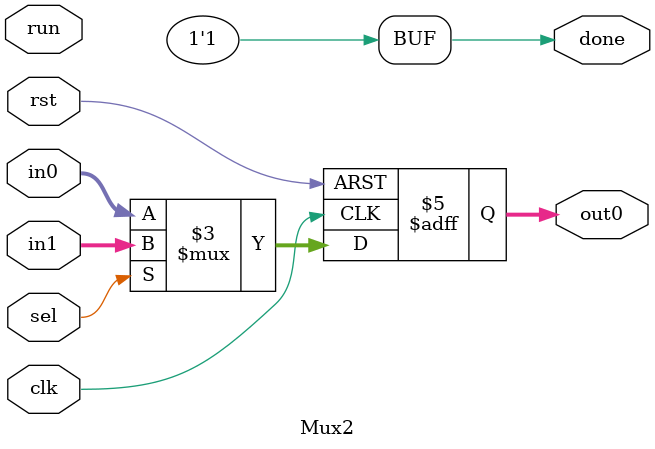
<source format=v>
`timescale 1ns / 1ps
`include "xversat.vh"

module Mux2 #(
         parameter DATA_W = 32
      )
    (
    //control
    input                         clk,
    input                         rst,
    
    input                         run,
    output                        done,

    //input / output data
    input [DATA_W-1:0]            in0,
    input [DATA_W-1:0]            in1,

    (* latency=1 *) output reg [DATA_W-1:0]       out0,
    
    input                         sel
    );

assign done = 1'b1;

always @(posedge clk,posedge rst)
begin
   if(rst)
      out0 <= 0;
   else
      if(sel)
         out0 <= in1;
      else
         out0 <= in0;
end

endmodule
</source>
